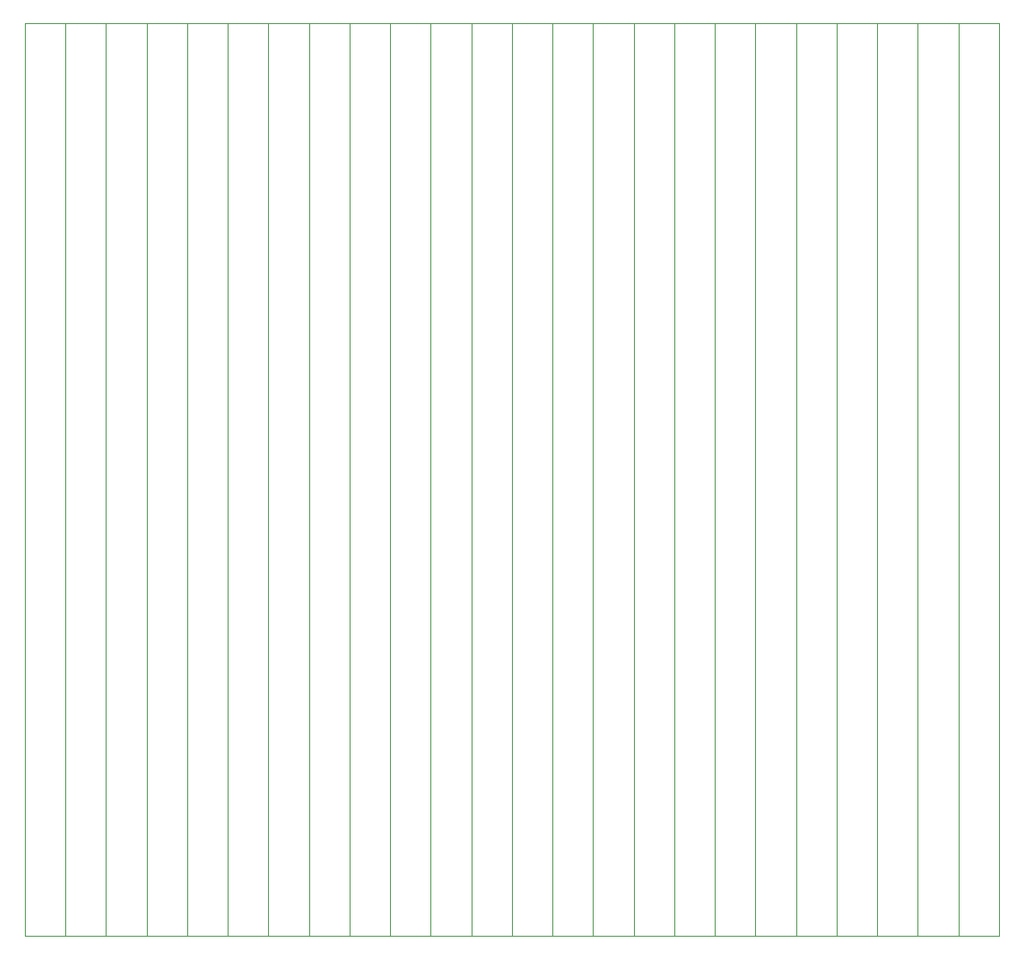
<source format=gbr>
%FSLAX34Y34*%
G04 Gerber Fmt 3.4, Leading zero omitted, Abs format*
G04 (created by PCBNEW (2014-05-23 BZR 4886)-product) date Sun 25 May 2014 04:06:41 PM CEST*
%MOIN*%
G01*
G70*
G90*
G04 APERTURE LIST*
%ADD10C,0.005906*%
%ADD11C,0.003937*%
G04 APERTURE END LIST*
G54D10*
G54D11*
X102401Y-57086D02*
X103976Y-57086D01*
X103976Y-57086D02*
X103976Y-21653D01*
X103976Y-21653D02*
X102401Y-21653D01*
X102401Y-21653D02*
X102401Y-57086D01*
X103976Y-21653D02*
X103976Y-57086D01*
X105551Y-21653D02*
X103976Y-21653D01*
X105551Y-57086D02*
X105551Y-21653D01*
X103976Y-57086D02*
X105551Y-57086D01*
X100826Y-57086D02*
X102401Y-57086D01*
X102401Y-57086D02*
X102401Y-21653D01*
X102401Y-21653D02*
X100826Y-21653D01*
X100826Y-21653D02*
X100826Y-57086D01*
X99251Y-21653D02*
X99251Y-57086D01*
X100826Y-21653D02*
X99251Y-21653D01*
X100826Y-57086D02*
X100826Y-21653D01*
X99251Y-57086D02*
X100826Y-57086D01*
X92952Y-57086D02*
X94527Y-57086D01*
X94527Y-57086D02*
X94527Y-21653D01*
X94527Y-21653D02*
X92952Y-21653D01*
X92952Y-21653D02*
X92952Y-57086D01*
X94527Y-21653D02*
X94527Y-57086D01*
X96102Y-21653D02*
X94527Y-21653D01*
X96102Y-57086D02*
X96102Y-21653D01*
X94527Y-57086D02*
X96102Y-57086D01*
X97677Y-57086D02*
X99251Y-57086D01*
X99251Y-57086D02*
X99251Y-21653D01*
X99251Y-21653D02*
X97677Y-21653D01*
X97677Y-21653D02*
X97677Y-57086D01*
X96102Y-21653D02*
X96102Y-57086D01*
X97677Y-21653D02*
X96102Y-21653D01*
X97677Y-57086D02*
X97677Y-21653D01*
X96102Y-57086D02*
X97677Y-57086D01*
X83503Y-57086D02*
X85078Y-57086D01*
X85078Y-57086D02*
X85078Y-21653D01*
X85078Y-21653D02*
X83503Y-21653D01*
X83503Y-21653D02*
X83503Y-57086D01*
X85078Y-21653D02*
X85078Y-57086D01*
X86653Y-21653D02*
X85078Y-21653D01*
X86653Y-57086D02*
X86653Y-21653D01*
X85078Y-57086D02*
X86653Y-57086D01*
X81929Y-57086D02*
X83503Y-57086D01*
X83503Y-57086D02*
X83503Y-21653D01*
X83503Y-21653D02*
X81929Y-21653D01*
X81929Y-21653D02*
X81929Y-57086D01*
X80354Y-21653D02*
X80354Y-57086D01*
X81929Y-21653D02*
X80354Y-21653D01*
X81929Y-57086D02*
X81929Y-21653D01*
X80354Y-57086D02*
X81929Y-57086D01*
X86653Y-57086D02*
X88228Y-57086D01*
X88228Y-57086D02*
X88228Y-21653D01*
X88228Y-21653D02*
X86653Y-21653D01*
X86653Y-21653D02*
X86653Y-57086D01*
X88228Y-21653D02*
X88228Y-57086D01*
X89803Y-21653D02*
X88228Y-21653D01*
X89803Y-57086D02*
X89803Y-21653D01*
X88228Y-57086D02*
X89803Y-57086D01*
X91377Y-57086D02*
X92952Y-57086D01*
X92952Y-57086D02*
X92952Y-21653D01*
X92952Y-21653D02*
X91377Y-21653D01*
X91377Y-21653D02*
X91377Y-57086D01*
X89803Y-21653D02*
X89803Y-57086D01*
X91377Y-21653D02*
X89803Y-21653D01*
X91377Y-57086D02*
X91377Y-21653D01*
X89803Y-57086D02*
X91377Y-57086D01*
X77204Y-57086D02*
X78779Y-57086D01*
X78779Y-57086D02*
X78779Y-21653D01*
X78779Y-21653D02*
X77204Y-21653D01*
X77204Y-21653D02*
X77204Y-57086D01*
X78779Y-21653D02*
X78779Y-57086D01*
X80354Y-21653D02*
X78779Y-21653D01*
X80354Y-57086D02*
X80354Y-21653D01*
X78779Y-57086D02*
X80354Y-57086D01*
X75629Y-57086D02*
X77204Y-57086D01*
X77204Y-57086D02*
X77204Y-21653D01*
X77204Y-21653D02*
X75629Y-21653D01*
X75629Y-21653D02*
X75629Y-57086D01*
X74055Y-21653D02*
X74055Y-57086D01*
X75629Y-21653D02*
X74055Y-21653D01*
X75629Y-57086D02*
X75629Y-21653D01*
X74055Y-57086D02*
X75629Y-57086D01*
X67755Y-57086D02*
X69330Y-57086D01*
X69330Y-57086D02*
X69330Y-21653D01*
X69330Y-21653D02*
X67755Y-21653D01*
X67755Y-21653D02*
X67755Y-57086D01*
X69330Y-21653D02*
X69330Y-57086D01*
X70905Y-21653D02*
X69330Y-21653D01*
X70905Y-57086D02*
X70905Y-21653D01*
X69330Y-57086D02*
X70905Y-57086D01*
X72480Y-57086D02*
X74055Y-57086D01*
X74055Y-57086D02*
X74055Y-21653D01*
X74055Y-21653D02*
X72480Y-21653D01*
X72480Y-21653D02*
X72480Y-57086D01*
X70905Y-21653D02*
X70905Y-57086D01*
X72480Y-21653D02*
X70905Y-21653D01*
X72480Y-57086D02*
X72480Y-21653D01*
X70905Y-57086D02*
X72480Y-57086D01*
M02*

</source>
